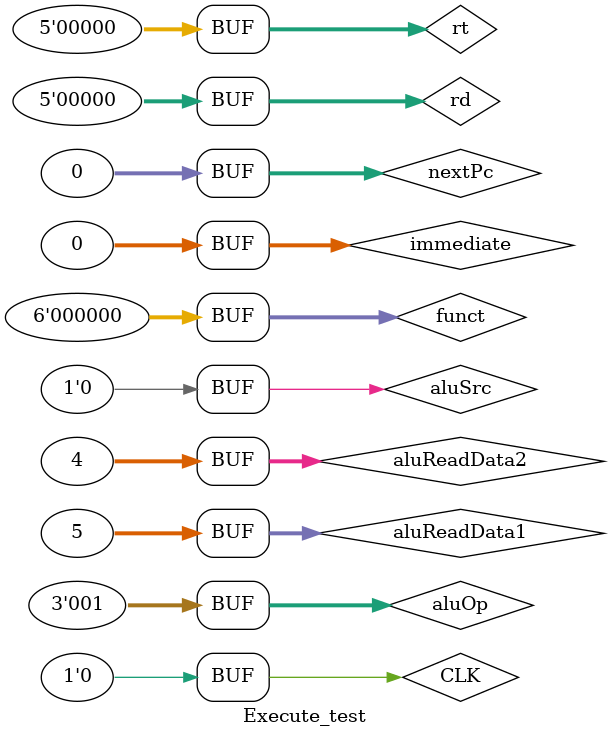
<source format=v>
`timescale 1ns / 1ps


module Execute_test;

	// Inputs
	reg CLK;
	reg [31:0] aluReadData1;
	reg [31:0] aluReadData2;
	reg [31:0] immediate;
	reg [5:0] funct;
	reg [2:0] aluOp;
	reg aluSrc;
	reg [31:0] nextPc;
	reg [4:0] rd;
	reg [4:0] rt;


	// Outputs
	wire [31:0] aluResult;
	wire zero;
	wire [31:0] addResult;
	wire [31:0] aluReadData2out;
	wire [4:0] rdOrRt;

	// Instantiate the Unit Under Test (UUT)
	Execute uut (
		.CLK(CLK), 
		.aluReadData1(aluReadData1), 
		.aluReadData2(aluReadData2), 
		.immediate(immediate), 
		.funct(funct), 
		.aluOp(aluOp), 
		.aluSrc(aluSrc), 
		.nextPc(nextPc), 
		.rd(rd), 
		.rt(rt), 
		.aluResult(aluResult), 
		.zero(zero), 
		.addResult(addResult), 
		.aluReadData2out(aluReadData2out), 
		.rdOrRt(rdOrRt)
	);

	initial begin
		// Initialize Inputs
		CLK = 0;
		aluReadData1 = 5;
		aluReadData2 = 4;
		immediate = 0;
		funct = 0;
		aluOp = 1;
		aluSrc = 0;
		nextPc = 0;
		rd = 0;
		rt = 0;

		// Wait 100 ns for global reset to finish
		#100;
        
		// Add stimulus here

	end
      
endmodule


</source>
